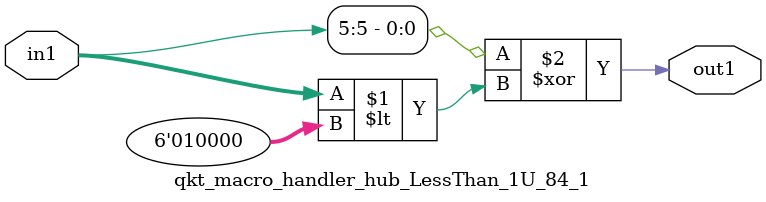
<source format=v>

`timescale 1ps / 1ps


module qkt_macro_handler_hub_LessThan_1U_84_1( in1, out1 );

    input [5:0] in1;
    output out1;

    
    // rtl_process:qkv_macro_handler_hub_LessThan_1U_11_1/qkv_macro_handler_hub_LessThan_1U_11_1_thread_1
    assign out1 = (in1[5] ^ in1 < 6'd16);

endmodule





</source>
